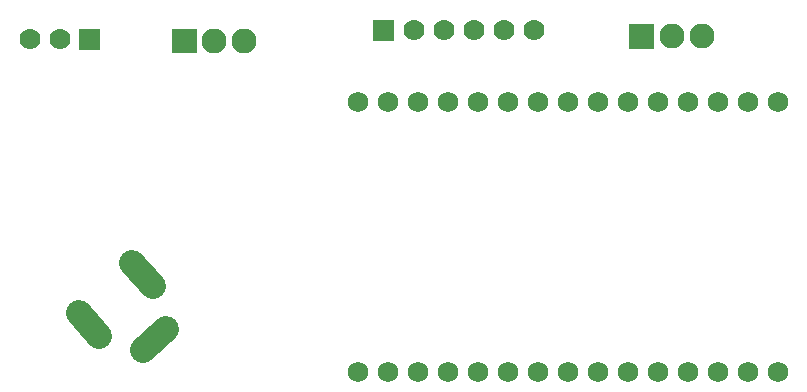
<source format=gts>
G04 Layer: TopSolderMaskLayer*
G04 EasyEDA v6.3.53, 2021-02-19T20:33:04--5:00*
G04 278ba4fcc65f4522a46e9f3658c659ef,10*
G04 Gerber Generator version 0.2*
G04 Scale: 100 percent, Rotated: No, Reflected: No *
G04 Dimensions in millimeters *
G04 leading zeros omitted , absolute positions ,3 integer and 3 decimal *
%FSLAX33Y33*%
%MOMM*%
G90*
G71D02*

%ADD23C,2.203196*%
%ADD25C,2.103196*%
%ADD26C,1.727200*%
%ADD27C,1.778000*%

%LPD*%
G54D23*
G01X16922Y25446D02*
G01X18695Y23545D01*
G01X14161Y19317D02*
G01X12388Y21218D01*
G01X19771Y19899D02*
G01X17870Y18125D01*
G36*
G01X59019Y43614D02*
G01X59019Y45717D01*
G01X61122Y45717D01*
G01X61122Y43614D01*
G01X59019Y43614D01*
G37*
G54D25*
G01X62611Y44666D03*
G01X65151Y44666D03*
G54D26*
G01X61468Y16218D03*
G01X61468Y39078D03*
G01X64008Y16218D03*
G01X66548Y16218D03*
G01X66548Y39078D03*
G01X64008Y39078D03*
G01X69088Y16218D03*
G01X69088Y39078D03*
G01X71628Y16218D03*
G01X71628Y39078D03*
G01X58928Y16218D03*
G01X58928Y39078D03*
G01X56388Y16218D03*
G01X56388Y39078D03*
G01X53848Y39078D03*
G01X53848Y16218D03*
G01X51308Y16218D03*
G01X48768Y16218D03*
G01X46228Y16218D03*
G01X43688Y16218D03*
G01X41148Y16218D03*
G01X38608Y16218D03*
G01X36068Y16218D03*
G01X36068Y39078D03*
G01X38608Y39078D03*
G01X41148Y39078D03*
G01X43688Y39078D03*
G01X46228Y39078D03*
G01X48768Y39078D03*
G01X51308Y39078D03*
G54D27*
G01X50927Y45174D03*
G01X48387Y45174D03*
G01X45847Y45174D03*
G01X43307Y45174D03*
G01X40767Y45174D03*
G36*
G01X37338Y44285D02*
G01X37338Y46063D01*
G01X39116Y46063D01*
G01X39116Y44285D01*
G01X37338Y44285D01*
G37*
G36*
G01X20284Y43233D02*
G01X20284Y45336D01*
G01X22387Y45336D01*
G01X22387Y43233D01*
G01X20284Y43233D01*
G37*
G54D25*
G01X23876Y44285D03*
G01X26416Y44285D03*
G54D27*
G01X8255Y44412D03*
G01X10795Y44412D03*
G36*
G01X12446Y43523D02*
G01X12446Y45301D01*
G01X14224Y45301D01*
G01X14224Y43523D01*
G01X12446Y43523D01*
G37*
M00*
M02*

</source>
